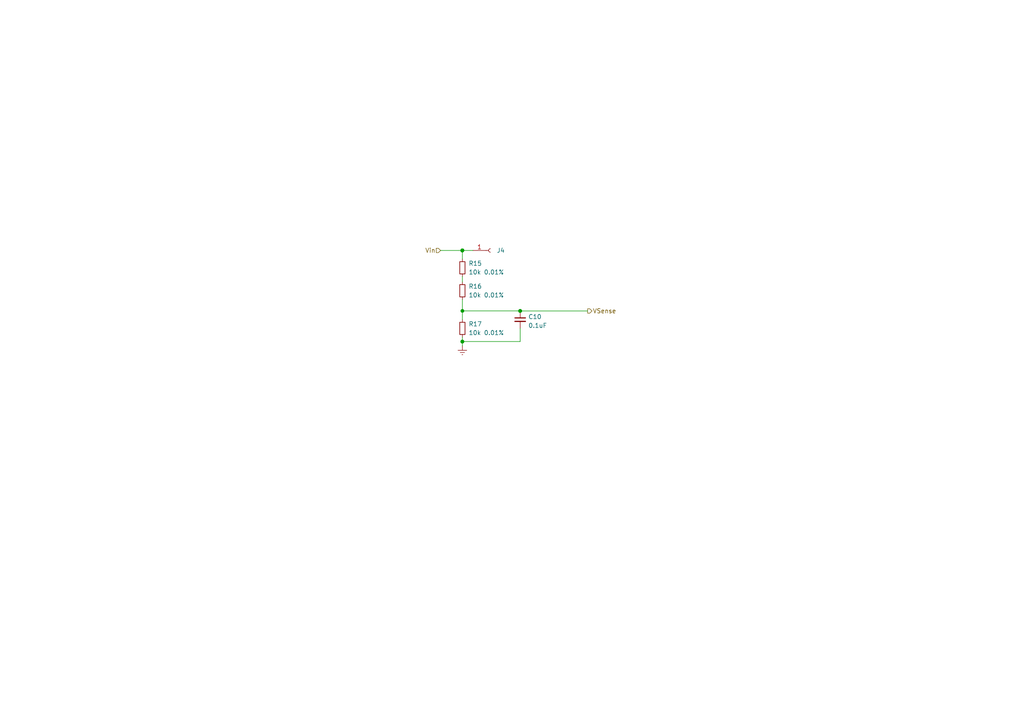
<source format=kicad_sch>
(kicad_sch (version 20211123) (generator eeschema)
  (paper "A4")
  (lib_symbols
    (symbol "Connector:Conn_01x01_Female" (pin_names (offset 1.016) hide)
      (property "Reference" "J" (at 0 2.54 0))
      (property "Value" "Conn_01x01_Female" (at 0 -2.54 0))
      (symbol "Conn_01x01_Female_1_1"
        (polyline (pts (xy -1.27 0) (xy -0.508 0)) (stroke (width 0.1524)))
        (arc (start 0 0.508) (mid -0.508 0) (end 0 -0.508) (stroke (width 0.1524)))
        (pin passive line (at -5.08 0 0) (length 3.81) (name "Pin_1") (number "1"))
      )
    )
    (symbol "Device:C_Small" (pin_numbers hide) (pin_names (offset 0.254) hide)
      (property "Reference" "C" (at 0.254 1.778 0))
      (property "Value" "C_Small" (at 0.254 -2.032 0))
      (symbol "C_Small_0_1"
        (polyline (pts (xy -1.524 -0.508) (xy 1.524 -0.508)) (stroke (width 0.3302)))
        (polyline (pts (xy -1.524 0.508) (xy 1.524 0.508)) (stroke (width 0.3048)))
      )
      (symbol "C_Small_1_1"
        (pin passive line (at 0 2.54 270) (length 2.032) (name "~") (number "1"))
        (pin passive line (at 0 -2.54 90) (length 2.032) (name "~") (number "2"))
      )
    )
    (symbol "Device:R_Small" (pin_numbers hide) (pin_names (offset 0.254) hide)
      (property "Reference" "R" (at 0.762 0.508 0))
      (property "Value" "R_Small" (at 0.762 -1.016 0))
      (symbol "R_Small_0_1"
        (rectangle (start -0.762 1.778) (end 0.762 -1.778) (stroke (width 0.2032)))
      )
      (symbol "R_Small_1_1"
        (pin passive line (at 0 2.54 270) (length 0.762) (name "~") (number "1"))
        (pin passive line (at 0 -2.54 90) (length 0.762) (name "~") (number "2"))
      )
    )
    (symbol "power:GNDREF" (power) (pin_names (offset 0))
      (property "Value" "GNDREF" (at 0 -3.81 0))
      (symbol "GNDREF_0_1"
        (polyline (pts (xy -0.635 -1.905) (xy 0.635 -1.905)))
        (polyline (pts (xy -0.127 -2.54) (xy 0.127 -2.54)))
        (polyline (pts (xy 0 -1.27) (xy 0 0)))
        (polyline (pts (xy 1.27 -1.27) (xy -1.27 -1.27)))
      )
      (symbol "GNDREF_1_1"
        (pin power_in line (at 0 0 270) (length 0) hide (name "GNDREF") (number "1"))
      )
    )
  )
  (junction (at 150.876 90.17))
  (junction (at 134.0866 72.6694))
  (junction (at 134.112 90.17))
  (junction (at 134.0866 99.0854))
  (junction (at 134.112 72.5932))
  (junction (at 134.112 99.06))
  (junction (at 134.0866 72.644))
  (junction (at 150.8506 90.1954))
  (wire (pts (xy 134.112 100.33) (xy 134.112 99.06)))
  (wire (pts (xy 134.112 80.2132) (xy 134.112 81.788)))
  (wire (pts (xy 150.876 90.17) (xy 150.8506 90.1954)))
  (wire (pts (xy 134.112 72.5932) (xy 134.112 75.1332)))
  (wire (pts (xy 150.8506 90.1954) (xy 170.434 90.1954)))
  (wire (pts (xy 134.112 99.06) (xy 134.0866 99.0854)))
  (wire (pts (xy 134.112 90.17) (xy 150.876 90.17)))
  (wire (pts (xy 137.16 72.644) (xy 134.0866 72.644)))
  (wire (pts (xy 150.876 99.06) (xy 150.876 95.25)))
  (wire (pts (xy 134.112 86.868) (xy 134.112 90.17)))
  (wire (pts (xy 134.112 99.06) (xy 150.876 99.06)))
  (wire (pts (xy 134.112 72.5932) (xy 134.0866 72.6694)))
  (wire (pts (xy 127.7874 72.644) (xy 134.0866 72.644)))
  (wire (pts (xy 134.0866 72.6694) (xy 134.0866 72.644)))
  (wire (pts (xy 134.112 92.71) (xy 134.112 90.17)))
  (wire (pts (xy 134.112 99.06) (xy 134.112 97.79)))
  (hierarchical_label "Vin" (shape input) (at 127.7874 72.644 180))
  (hierarchical_label "VSense" (shape output) (at 170.434 90.1954 0))
  (symbol (lib_id "Device:R_Small") (at 134.112 95.25 0) (unit 1)
    (property "Reference" "R17" (at 135.89 93.9799 0) (effects (justify left)))
    (property "Value" "10k 0.01%" (at 135.89 96.5199 0) (effects (justify left)))
    (property "Footprint" "Resistor_SMD:R_0603_1608Metric" (effects hide))
  )
  (symbol (lib_id "Device:C_Small") (at 150.876 92.71 0) (unit 1)
    (property "Reference" "C10" (at 153.2001 91.8816 0) (effects (justify left)))
    (property "Value" "0.1uF" (at 153.2001 94.4185 0) (effects (justify left)))
    (property "Footprint" "Capacitor_SMD:C_0603_1608Metric" (effects hide))
  )
  (symbol (lib_id "Device:R_Small") (at 134.112 84.328 0) (unit 1)
    (property "Reference" "R16" (at 135.89 83.0579 0) (effects (justify left)))
    (property "Value" "10k 0.01%" (at 135.89 85.5979 0) (effects (justify left)))
    (property "Footprint" "Resistor_SMD:R_0603_1608Metric" (effects hide))
  )
  (symbol (lib_id "Device:R_Small") (at 134.112 77.6732 0) (unit 1)
    (property "Reference" "R15" (at 135.89 76.4031 0) (effects (justify left)))
    (property "Value" "10k 0.01%" (at 135.89 78.9431 0) (effects (justify left)))
    (property "Footprint" "Resistor_SMD:R_0603_1608Metric" (effects hide))
  )
  (symbol (lib_id "Connector:Conn_01x01_Female") (at 142.24 72.644 0) (unit 1)
    (property "Reference" "J4" (at 144.0434 72.6439 0) (effects (justify left)))
    (property "Value" "Conn_01x01_Female" (effects hide))
    (property "Footprint" "Connector_PinHeader_2.54mm:PinHeader_1x01_P2.54mm_Vertical" (effects hide))
  )
  (symbol (lib_id "power:GNDREF") (at 134.112 100.33 0) (unit 1)
    (property "Reference" "#PWR010" (effects hide))
    (property "Value" "GNDREF" (effects hide))
  )
)
</source>
